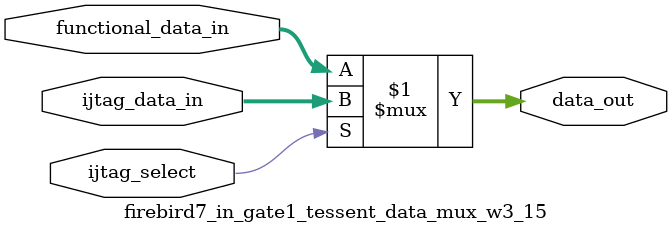
<source format=sv>

module firebird7_in_gate1_tessent_data_mux_w3_15 (
  input wire ijtag_select,
  input wire [2:0]  functional_data_in,
  input wire [2:0]  ijtag_data_in,
  output wire [2:0] data_out
);
assign data_out = (ijtag_select) ? ijtag_data_in : functional_data_in;
endmodule

</source>
